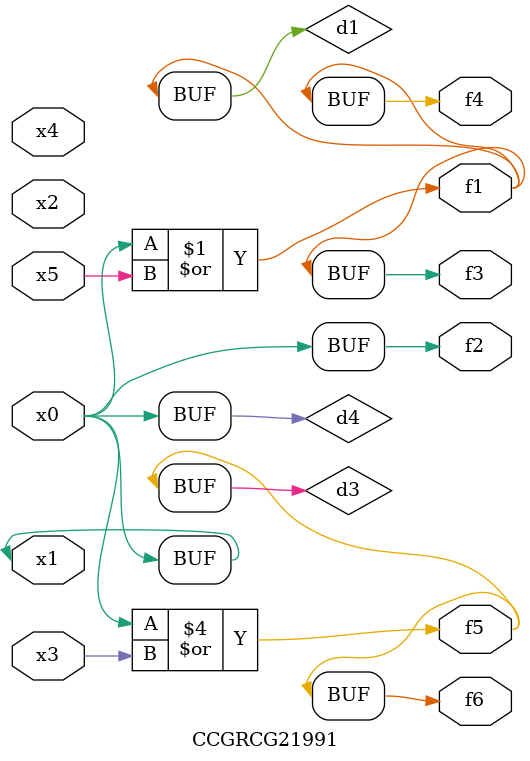
<source format=v>
module CCGRCG21991(
	input x0, x1, x2, x3, x4, x5,
	output f1, f2, f3, f4, f5, f6
);

	wire d1, d2, d3, d4;

	or (d1, x0, x5);
	xnor (d2, x1, x4);
	or (d3, x0, x3);
	buf (d4, x0, x1);
	assign f1 = d1;
	assign f2 = d4;
	assign f3 = d1;
	assign f4 = d1;
	assign f5 = d3;
	assign f6 = d3;
endmodule

</source>
